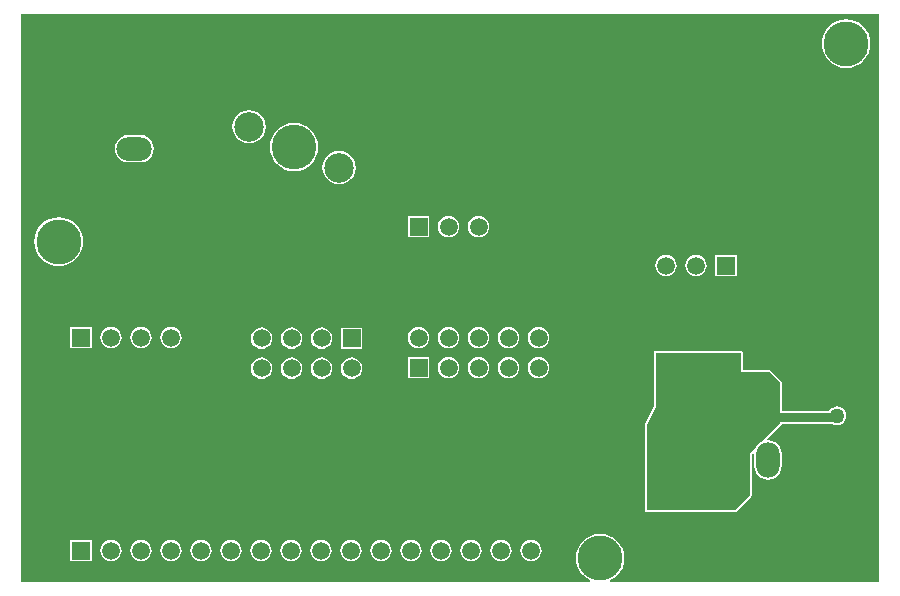
<source format=gbl>
%FSLAX25Y25*%
%MOIN*%
G70*
G01*
G75*
G04 Layer_Physical_Order=2*
G04 Layer_Color=16711680*
%ADD10R,0.06693X0.04331*%
%ADD11R,0.05906X0.03937*%
%ADD12R,0.03937X0.09449*%
%ADD13R,0.03937X0.05906*%
%ADD14R,0.02756X0.03543*%
%ADD15R,0.03543X0.02756*%
%ADD16R,0.02362X0.07087*%
%ADD17R,0.17716X0.18898*%
%ADD18R,0.05512X0.13386*%
%ADD19R,0.09646X0.08465*%
%ADD20R,0.06102X0.09646*%
%ADD21R,0.05512X0.11811*%
%ADD22C,0.03500*%
%ADD23C,0.05000*%
%ADD24C,0.10000*%
%ADD25C,0.06000*%
%ADD26C,0.01000*%
%ADD27C,0.03000*%
%ADD28C,0.01500*%
%ADD29C,0.02500*%
%ADD30C,0.15000*%
%ADD31O,0.07874X0.11811*%
%ADD32C,0.05906*%
%ADD33R,0.05906X0.05906*%
%ADD34C,0.14900*%
%ADD35C,0.09843*%
%ADD36O,0.11811X0.07874*%
%ADD37C,0.05000*%
G36*
X387878Y191122D02*
X298472D01*
X298351Y191607D01*
X299522Y192233D01*
X300755Y193245D01*
X301767Y194478D01*
X302520Y195885D01*
X302983Y197412D01*
X303139Y199000D01*
X302983Y200588D01*
X302520Y202115D01*
X301767Y203522D01*
X300755Y204755D01*
X299522Y205767D01*
X298115Y206520D01*
X296588Y206983D01*
X295000Y207139D01*
X293412Y206983D01*
X291885Y206520D01*
X290478Y205767D01*
X289245Y204755D01*
X288232Y203522D01*
X287480Y202115D01*
X287017Y200588D01*
X286861Y199000D01*
X287017Y197412D01*
X287480Y195885D01*
X288232Y194478D01*
X289245Y193245D01*
X290478Y192233D01*
X291649Y191607D01*
X291528Y191122D01*
X102122D01*
Y380379D01*
X387878D01*
Y191122D01*
D02*
G37*
%LPC*%
G36*
X342000Y268149D02*
X313500D01*
X313041Y267959D01*
X312851Y267500D01*
Y249653D01*
X309919Y243790D01*
X309908Y243640D01*
X309851Y243500D01*
Y215000D01*
X310041Y214541D01*
X310500Y214351D01*
X340000D01*
X340459Y214541D01*
X345459Y219541D01*
X345649Y220000D01*
Y233731D01*
X345993Y234074D01*
X346441Y233853D01*
X346424Y233720D01*
Y229784D01*
X346580Y228599D01*
X347037Y227495D01*
X347764Y226548D01*
X348712Y225820D01*
X349816Y225363D01*
X351000Y225207D01*
X352184Y225363D01*
X353288Y225820D01*
X354236Y226548D01*
X354963Y227495D01*
X355420Y228599D01*
X355576Y229784D01*
Y233720D01*
X355420Y234905D01*
X354963Y236009D01*
X354236Y236956D01*
X353288Y237684D01*
X352184Y238141D01*
X351000Y238297D01*
X350867Y238279D01*
X350646Y238728D01*
X355459Y243541D01*
X355591Y243859D01*
X372350D01*
X372437Y243792D01*
X373191Y243480D01*
X374000Y243373D01*
X374809Y243480D01*
X375563Y243792D01*
X376211Y244289D01*
X376708Y244937D01*
X377020Y245691D01*
X377127Y246500D01*
X377020Y247309D01*
X376708Y248063D01*
X376211Y248711D01*
X375563Y249208D01*
X374809Y249520D01*
X374000Y249627D01*
X373191Y249520D01*
X372437Y249208D01*
X371789Y248711D01*
X371352Y248141D01*
X355649D01*
Y257500D01*
X355459Y257959D01*
X351959Y261459D01*
X351500Y261649D01*
X342649D01*
Y267500D01*
X342459Y267959D01*
X342000Y268149D01*
D02*
G37*
G36*
X182169Y265914D02*
X181242Y265792D01*
X180378Y265434D01*
X179635Y264865D01*
X179066Y264122D01*
X178708Y263258D01*
X178586Y262331D01*
X178708Y261403D01*
X179066Y260539D01*
X179635Y259797D01*
X180378Y259227D01*
X181242Y258869D01*
X182169Y258747D01*
X183097Y258869D01*
X183961Y259227D01*
X184703Y259797D01*
X185273Y260539D01*
X185631Y261403D01*
X185753Y262331D01*
X185631Y263258D01*
X185273Y264122D01*
X184703Y264865D01*
X183961Y265434D01*
X183097Y265792D01*
X182169Y265914D01*
D02*
G37*
G36*
X192169D02*
X191242Y265792D01*
X190378Y265434D01*
X189635Y264865D01*
X189066Y264122D01*
X188708Y263258D01*
X188586Y262331D01*
X188708Y261403D01*
X189066Y260539D01*
X189635Y259797D01*
X190378Y259227D01*
X191242Y258869D01*
X192169Y258747D01*
X193097Y258869D01*
X193961Y259227D01*
X194703Y259797D01*
X195273Y260539D01*
X195631Y261403D01*
X195753Y262331D01*
X195631Y263258D01*
X195273Y264122D01*
X194703Y264865D01*
X193961Y265434D01*
X193097Y265792D01*
X192169Y265914D01*
D02*
G37*
G36*
X262000Y205083D02*
X261073Y204961D01*
X260208Y204603D01*
X259466Y204034D01*
X258897Y203292D01*
X258539Y202427D01*
X258417Y201500D01*
X258539Y200573D01*
X258897Y199708D01*
X259466Y198966D01*
X260208Y198397D01*
X261073Y198039D01*
X262000Y197917D01*
X262927Y198039D01*
X263792Y198397D01*
X264534Y198966D01*
X265103Y199708D01*
X265461Y200573D01*
X265583Y201500D01*
X265461Y202427D01*
X265103Y203292D01*
X264534Y204034D01*
X263792Y204603D01*
X262927Y204961D01*
X262000Y205083D01*
D02*
G37*
G36*
X272000D02*
X271073Y204961D01*
X270208Y204603D01*
X269466Y204034D01*
X268897Y203292D01*
X268539Y202427D01*
X268417Y201500D01*
X268539Y200573D01*
X268897Y199708D01*
X269466Y198966D01*
X270208Y198397D01*
X271073Y198039D01*
X272000Y197917D01*
X272927Y198039D01*
X273792Y198397D01*
X274534Y198966D01*
X275103Y199708D01*
X275461Y200573D01*
X275583Y201500D01*
X275461Y202427D01*
X275103Y203292D01*
X274534Y204034D01*
X273792Y204603D01*
X272927Y204961D01*
X272000Y205083D01*
D02*
G37*
G36*
X125553Y205053D02*
X118447D01*
Y197947D01*
X125553D01*
Y205053D01*
D02*
G37*
G36*
X254500Y266083D02*
X253573Y265961D01*
X252708Y265603D01*
X251966Y265034D01*
X251397Y264292D01*
X251039Y263427D01*
X250917Y262500D01*
X251039Y261573D01*
X251397Y260708D01*
X251966Y259966D01*
X252708Y259397D01*
X253573Y259039D01*
X254500Y258917D01*
X255427Y259039D01*
X256292Y259397D01*
X257034Y259966D01*
X257603Y260708D01*
X257961Y261573D01*
X258083Y262500D01*
X257961Y263427D01*
X257603Y264292D01*
X257034Y265034D01*
X256292Y265603D01*
X255427Y265961D01*
X254500Y266083D01*
D02*
G37*
G36*
X264500D02*
X263573Y265961D01*
X262708Y265603D01*
X261966Y265034D01*
X261397Y264292D01*
X261039Y263427D01*
X260917Y262500D01*
X261039Y261573D01*
X261397Y260708D01*
X261966Y259966D01*
X262708Y259397D01*
X263573Y259039D01*
X264500Y258917D01*
X265427Y259039D01*
X266292Y259397D01*
X267034Y259966D01*
X267603Y260708D01*
X267961Y261573D01*
X268083Y262500D01*
X267961Y263427D01*
X267603Y264292D01*
X267034Y265034D01*
X266292Y265603D01*
X265427Y265961D01*
X264500Y266083D01*
D02*
G37*
G36*
X274500D02*
X273573Y265961D01*
X272708Y265603D01*
X271966Y265034D01*
X271397Y264292D01*
X271039Y263427D01*
X270917Y262500D01*
X271039Y261573D01*
X271397Y260708D01*
X271966Y259966D01*
X272708Y259397D01*
X273573Y259039D01*
X274500Y258917D01*
X275427Y259039D01*
X276292Y259397D01*
X277034Y259966D01*
X277603Y260708D01*
X277961Y261573D01*
X278083Y262500D01*
X277961Y263427D01*
X277603Y264292D01*
X277034Y265034D01*
X276292Y265603D01*
X275427Y265961D01*
X274500Y266083D01*
D02*
G37*
G36*
X202169Y265914D02*
X201242Y265792D01*
X200378Y265434D01*
X199635Y264865D01*
X199066Y264122D01*
X198708Y263258D01*
X198586Y262331D01*
X198708Y261403D01*
X199066Y260539D01*
X199635Y259797D01*
X200378Y259227D01*
X201242Y258869D01*
X202169Y258747D01*
X203097Y258869D01*
X203961Y259227D01*
X204703Y259797D01*
X205273Y260539D01*
X205631Y261403D01*
X205753Y262331D01*
X205631Y263258D01*
X205273Y264122D01*
X204703Y264865D01*
X203961Y265434D01*
X203097Y265792D01*
X202169Y265914D01*
D02*
G37*
G36*
X212169D02*
X211242Y265792D01*
X210378Y265434D01*
X209635Y264865D01*
X209066Y264122D01*
X208708Y263258D01*
X208586Y262331D01*
X208708Y261403D01*
X209066Y260539D01*
X209635Y259797D01*
X210378Y259227D01*
X211242Y258869D01*
X212169Y258747D01*
X213097Y258869D01*
X213961Y259227D01*
X214703Y259797D01*
X215273Y260539D01*
X215631Y261403D01*
X215753Y262331D01*
X215631Y263258D01*
X215273Y264122D01*
X214703Y264865D01*
X213961Y265434D01*
X213097Y265792D01*
X212169Y265914D01*
D02*
G37*
G36*
X244500Y266083D02*
X243573Y265961D01*
X242708Y265603D01*
X241966Y265034D01*
X241397Y264292D01*
X241039Y263427D01*
X240917Y262500D01*
X241039Y261573D01*
X241397Y260708D01*
X241966Y259966D01*
X242708Y259397D01*
X243573Y259039D01*
X244500Y258917D01*
X245427Y259039D01*
X246292Y259397D01*
X247034Y259966D01*
X247603Y260708D01*
X247961Y261573D01*
X248083Y262500D01*
X247961Y263427D01*
X247603Y264292D01*
X247034Y265034D01*
X246292Y265603D01*
X245427Y265961D01*
X244500Y266083D01*
D02*
G37*
G36*
X252000Y205083D02*
X251073Y204961D01*
X250208Y204603D01*
X249466Y204034D01*
X248897Y203292D01*
X248539Y202427D01*
X248417Y201500D01*
X248539Y200573D01*
X248897Y199708D01*
X249466Y198966D01*
X250208Y198397D01*
X251073Y198039D01*
X252000Y197917D01*
X252927Y198039D01*
X253792Y198397D01*
X254534Y198966D01*
X255103Y199708D01*
X255461Y200573D01*
X255583Y201500D01*
X255461Y202427D01*
X255103Y203292D01*
X254534Y204034D01*
X253792Y204603D01*
X252927Y204961D01*
X252000Y205083D01*
D02*
G37*
G36*
X162000D02*
X161073Y204961D01*
X160208Y204603D01*
X159466Y204034D01*
X158897Y203292D01*
X158539Y202427D01*
X158417Y201500D01*
X158539Y200573D01*
X158897Y199708D01*
X159466Y198966D01*
X160208Y198397D01*
X161073Y198039D01*
X162000Y197917D01*
X162927Y198039D01*
X163792Y198397D01*
X164534Y198966D01*
X165103Y199708D01*
X165461Y200573D01*
X165583Y201500D01*
X165461Y202427D01*
X165103Y203292D01*
X164534Y204034D01*
X163792Y204603D01*
X162927Y204961D01*
X162000Y205083D01*
D02*
G37*
G36*
X172000D02*
X171073Y204961D01*
X170208Y204603D01*
X169466Y204034D01*
X168897Y203292D01*
X168539Y202427D01*
X168417Y201500D01*
X168539Y200573D01*
X168897Y199708D01*
X169466Y198966D01*
X170208Y198397D01*
X171073Y198039D01*
X172000Y197917D01*
X172927Y198039D01*
X173792Y198397D01*
X174534Y198966D01*
X175103Y199708D01*
X175461Y200573D01*
X175583Y201500D01*
X175461Y202427D01*
X175103Y203292D01*
X174534Y204034D01*
X173792Y204603D01*
X172927Y204961D01*
X172000Y205083D01*
D02*
G37*
G36*
X182000D02*
X181073Y204961D01*
X180208Y204603D01*
X179466Y204034D01*
X178897Y203292D01*
X178539Y202427D01*
X178417Y201500D01*
X178539Y200573D01*
X178897Y199708D01*
X179466Y198966D01*
X180208Y198397D01*
X181073Y198039D01*
X182000Y197917D01*
X182927Y198039D01*
X183792Y198397D01*
X184534Y198966D01*
X185103Y199708D01*
X185461Y200573D01*
X185583Y201500D01*
X185461Y202427D01*
X185103Y203292D01*
X184534Y204034D01*
X183792Y204603D01*
X182927Y204961D01*
X182000Y205083D01*
D02*
G37*
G36*
X132000D02*
X131073Y204961D01*
X130208Y204603D01*
X129466Y204034D01*
X128897Y203292D01*
X128539Y202427D01*
X128417Y201500D01*
X128539Y200573D01*
X128897Y199708D01*
X129466Y198966D01*
X130208Y198397D01*
X131073Y198039D01*
X132000Y197917D01*
X132927Y198039D01*
X133792Y198397D01*
X134534Y198966D01*
X135103Y199708D01*
X135461Y200573D01*
X135583Y201500D01*
X135461Y202427D01*
X135103Y203292D01*
X134534Y204034D01*
X133792Y204603D01*
X132927Y204961D01*
X132000Y205083D01*
D02*
G37*
G36*
X142000D02*
X141073Y204961D01*
X140208Y204603D01*
X139466Y204034D01*
X138897Y203292D01*
X138539Y202427D01*
X138417Y201500D01*
X138539Y200573D01*
X138897Y199708D01*
X139466Y198966D01*
X140208Y198397D01*
X141073Y198039D01*
X142000Y197917D01*
X142927Y198039D01*
X143792Y198397D01*
X144534Y198966D01*
X145103Y199708D01*
X145461Y200573D01*
X145583Y201500D01*
X145461Y202427D01*
X145103Y203292D01*
X144534Y204034D01*
X143792Y204603D01*
X142927Y204961D01*
X142000Y205083D01*
D02*
G37*
G36*
X152000D02*
X151073Y204961D01*
X150208Y204603D01*
X149466Y204034D01*
X148897Y203292D01*
X148539Y202427D01*
X148417Y201500D01*
X148539Y200573D01*
X148897Y199708D01*
X149466Y198966D01*
X150208Y198397D01*
X151073Y198039D01*
X152000Y197917D01*
X152927Y198039D01*
X153792Y198397D01*
X154534Y198966D01*
X155103Y199708D01*
X155461Y200573D01*
X155583Y201500D01*
X155461Y202427D01*
X155103Y203292D01*
X154534Y204034D01*
X153792Y204603D01*
X152927Y204961D01*
X152000Y205083D01*
D02*
G37*
G36*
X222000D02*
X221073Y204961D01*
X220208Y204603D01*
X219466Y204034D01*
X218897Y203292D01*
X218539Y202427D01*
X218417Y201500D01*
X218539Y200573D01*
X218897Y199708D01*
X219466Y198966D01*
X220208Y198397D01*
X221073Y198039D01*
X222000Y197917D01*
X222927Y198039D01*
X223792Y198397D01*
X224534Y198966D01*
X225103Y199708D01*
X225461Y200573D01*
X225583Y201500D01*
X225461Y202427D01*
X225103Y203292D01*
X224534Y204034D01*
X223792Y204603D01*
X222927Y204961D01*
X222000Y205083D01*
D02*
G37*
G36*
X232000D02*
X231073Y204961D01*
X230208Y204603D01*
X229466Y204034D01*
X228897Y203292D01*
X228539Y202427D01*
X228417Y201500D01*
X228539Y200573D01*
X228897Y199708D01*
X229466Y198966D01*
X230208Y198397D01*
X231073Y198039D01*
X232000Y197917D01*
X232927Y198039D01*
X233792Y198397D01*
X234534Y198966D01*
X235103Y199708D01*
X235461Y200573D01*
X235583Y201500D01*
X235461Y202427D01*
X235103Y203292D01*
X234534Y204034D01*
X233792Y204603D01*
X232927Y204961D01*
X232000Y205083D01*
D02*
G37*
G36*
X242000D02*
X241073Y204961D01*
X240208Y204603D01*
X239466Y204034D01*
X238897Y203292D01*
X238539Y202427D01*
X238417Y201500D01*
X238539Y200573D01*
X238897Y199708D01*
X239466Y198966D01*
X240208Y198397D01*
X241073Y198039D01*
X242000Y197917D01*
X242927Y198039D01*
X243792Y198397D01*
X244534Y198966D01*
X245103Y199708D01*
X245461Y200573D01*
X245583Y201500D01*
X245461Y202427D01*
X245103Y203292D01*
X244534Y204034D01*
X243792Y204603D01*
X242927Y204961D01*
X242000Y205083D01*
D02*
G37*
G36*
X192000D02*
X191073Y204961D01*
X190208Y204603D01*
X189466Y204034D01*
X188897Y203292D01*
X188539Y202427D01*
X188417Y201500D01*
X188539Y200573D01*
X188897Y199708D01*
X189466Y198966D01*
X190208Y198397D01*
X191073Y198039D01*
X192000Y197917D01*
X192927Y198039D01*
X193792Y198397D01*
X194534Y198966D01*
X195103Y199708D01*
X195461Y200573D01*
X195583Y201500D01*
X195461Y202427D01*
X195103Y203292D01*
X194534Y204034D01*
X193792Y204603D01*
X192927Y204961D01*
X192000Y205083D01*
D02*
G37*
G36*
X202000D02*
X201073Y204961D01*
X200208Y204603D01*
X199466Y204034D01*
X198897Y203292D01*
X198539Y202427D01*
X198417Y201500D01*
X198539Y200573D01*
X198897Y199708D01*
X199466Y198966D01*
X200208Y198397D01*
X201073Y198039D01*
X202000Y197917D01*
X202927Y198039D01*
X203792Y198397D01*
X204534Y198966D01*
X205103Y199708D01*
X205461Y200573D01*
X205583Y201500D01*
X205461Y202427D01*
X205103Y203292D01*
X204534Y204034D01*
X203792Y204603D01*
X202927Y204961D01*
X202000Y205083D01*
D02*
G37*
G36*
X212000D02*
X211073Y204961D01*
X210208Y204603D01*
X209466Y204034D01*
X208897Y203292D01*
X208539Y202427D01*
X208417Y201500D01*
X208539Y200573D01*
X208897Y199708D01*
X209466Y198966D01*
X210208Y198397D01*
X211073Y198039D01*
X212000Y197917D01*
X212927Y198039D01*
X213792Y198397D01*
X214534Y198966D01*
X215103Y199708D01*
X215461Y200573D01*
X215583Y201500D01*
X215461Y202427D01*
X215103Y203292D01*
X214534Y204034D01*
X213792Y204603D01*
X212927Y204961D01*
X212000Y205083D01*
D02*
G37*
G36*
X340553Y300053D02*
X333447D01*
Y292947D01*
X340553D01*
Y300053D01*
D02*
G37*
G36*
X114500Y312639D02*
X112912Y312483D01*
X111385Y312020D01*
X109978Y311267D01*
X108745Y310255D01*
X107732Y309022D01*
X106980Y307615D01*
X106517Y306088D01*
X106361Y304500D01*
X106517Y302912D01*
X106980Y301385D01*
X107732Y299978D01*
X108745Y298745D01*
X109978Y297732D01*
X111385Y296980D01*
X112912Y296517D01*
X114500Y296361D01*
X116088Y296517D01*
X117615Y296980D01*
X119022Y297732D01*
X120255Y298745D01*
X121267Y299978D01*
X122020Y301385D01*
X122483Y302912D01*
X122639Y304500D01*
X122483Y306088D01*
X122020Y307615D01*
X121267Y309022D01*
X120255Y310255D01*
X119022Y311267D01*
X117615Y312020D01*
X116088Y312483D01*
X114500Y312639D01*
D02*
G37*
G36*
X244500Y313083D02*
X243573Y312961D01*
X242708Y312603D01*
X241966Y312034D01*
X241397Y311292D01*
X241039Y310427D01*
X240917Y309500D01*
X241039Y308573D01*
X241397Y307708D01*
X241966Y306966D01*
X242708Y306397D01*
X243573Y306039D01*
X244500Y305917D01*
X245427Y306039D01*
X246292Y306397D01*
X247034Y306966D01*
X247603Y307708D01*
X247961Y308573D01*
X248083Y309500D01*
X247961Y310427D01*
X247603Y311292D01*
X247034Y312034D01*
X246292Y312603D01*
X245427Y312961D01*
X244500Y313083D01*
D02*
G37*
G36*
X125553Y276053D02*
X118447D01*
Y268947D01*
X125553D01*
Y276053D01*
D02*
G37*
G36*
X317000Y300083D02*
X316073Y299961D01*
X315208Y299603D01*
X314466Y299034D01*
X313897Y298292D01*
X313539Y297427D01*
X313417Y296500D01*
X313539Y295573D01*
X313897Y294708D01*
X314466Y293966D01*
X315208Y293397D01*
X316073Y293039D01*
X317000Y292917D01*
X317927Y293039D01*
X318792Y293397D01*
X319534Y293966D01*
X320103Y294708D01*
X320461Y295573D01*
X320583Y296500D01*
X320461Y297427D01*
X320103Y298292D01*
X319534Y299034D01*
X318792Y299603D01*
X317927Y299961D01*
X317000Y300083D01*
D02*
G37*
G36*
X327000D02*
X326073Y299961D01*
X325208Y299603D01*
X324466Y299034D01*
X323897Y298292D01*
X323539Y297427D01*
X323417Y296500D01*
X323539Y295573D01*
X323897Y294708D01*
X324466Y293966D01*
X325208Y293397D01*
X326073Y293039D01*
X327000Y292917D01*
X327927Y293039D01*
X328792Y293397D01*
X329534Y293966D01*
X330103Y294708D01*
X330461Y295573D01*
X330583Y296500D01*
X330461Y297427D01*
X330103Y298292D01*
X329534Y299034D01*
X328792Y299603D01*
X327927Y299961D01*
X327000Y300083D01*
D02*
G37*
G36*
X254500Y313083D02*
X253573Y312961D01*
X252708Y312603D01*
X251966Y312034D01*
X251397Y311292D01*
X251039Y310427D01*
X250917Y309500D01*
X251039Y308573D01*
X251397Y307708D01*
X251966Y306966D01*
X252708Y306397D01*
X253573Y306039D01*
X254500Y305917D01*
X255427Y306039D01*
X256292Y306397D01*
X257034Y306966D01*
X257603Y307708D01*
X257961Y308573D01*
X258083Y309500D01*
X257961Y310427D01*
X257603Y311292D01*
X257034Y312034D01*
X256292Y312603D01*
X255427Y312961D01*
X254500Y313083D01*
D02*
G37*
G36*
X141720Y340076D02*
X137784D01*
X136599Y339920D01*
X135495Y339463D01*
X134548Y338736D01*
X133820Y337788D01*
X133363Y336684D01*
X133207Y335500D01*
X133363Y334316D01*
X133820Y333212D01*
X134548Y332264D01*
X135495Y331537D01*
X136599Y331080D01*
X137784Y330924D01*
X141720D01*
X142905Y331080D01*
X144009Y331537D01*
X144956Y332264D01*
X145684Y333212D01*
X146141Y334316D01*
X146297Y335500D01*
X146141Y336684D01*
X145684Y337788D01*
X144956Y338736D01*
X144009Y339463D01*
X142905Y339920D01*
X141720Y340076D01*
D02*
G37*
G36*
X178000Y348369D02*
X176559Y348179D01*
X175216Y347623D01*
X174062Y346738D01*
X173177Y345585D01*
X172621Y344241D01*
X172431Y342800D01*
X172621Y341359D01*
X173177Y340016D01*
X174062Y338862D01*
X175216Y337977D01*
X176559Y337421D01*
X178000Y337231D01*
X179441Y337421D01*
X180784Y337977D01*
X181938Y338862D01*
X182823Y340016D01*
X183379Y341359D01*
X183569Y342800D01*
X183379Y344241D01*
X182823Y345585D01*
X181938Y346738D01*
X180784Y347623D01*
X179441Y348179D01*
X178000Y348369D01*
D02*
G37*
G36*
X377000Y378639D02*
X375412Y378483D01*
X373885Y378020D01*
X372478Y377268D01*
X371245Y376255D01*
X370233Y375022D01*
X369480Y373615D01*
X369017Y372088D01*
X368861Y370500D01*
X369017Y368912D01*
X369480Y367385D01*
X370233Y365978D01*
X371245Y364745D01*
X372478Y363733D01*
X373885Y362980D01*
X375412Y362517D01*
X377000Y362361D01*
X378588Y362517D01*
X380115Y362980D01*
X381522Y363733D01*
X382755Y364745D01*
X383768Y365978D01*
X384520Y367385D01*
X384983Y368912D01*
X385139Y370500D01*
X384983Y372088D01*
X384520Y373615D01*
X383768Y375022D01*
X382755Y376255D01*
X381522Y377268D01*
X380115Y378020D01*
X378588Y378483D01*
X377000Y378639D01*
D02*
G37*
G36*
X238053Y313053D02*
X230947D01*
Y305947D01*
X238053D01*
Y313053D01*
D02*
G37*
G36*
X208000Y334769D02*
X206559Y334579D01*
X205216Y334023D01*
X204062Y333138D01*
X203177Y331984D01*
X202621Y330641D01*
X202431Y329200D01*
X202621Y327759D01*
X203177Y326415D01*
X204062Y325262D01*
X205216Y324377D01*
X206559Y323821D01*
X208000Y323631D01*
X209441Y323821D01*
X210785Y324377D01*
X211938Y325262D01*
X212823Y326415D01*
X213379Y327759D01*
X213569Y329200D01*
X213379Y330641D01*
X212823Y331984D01*
X211938Y333138D01*
X210785Y334023D01*
X209441Y334579D01*
X208000Y334769D01*
D02*
G37*
G36*
X193000Y344089D02*
X191422Y343934D01*
X189904Y343473D01*
X188506Y342726D01*
X187280Y341720D01*
X186274Y340494D01*
X185527Y339095D01*
X185066Y337578D01*
X184911Y336000D01*
X185066Y334422D01*
X185527Y332905D01*
X186274Y331506D01*
X187280Y330280D01*
X188506Y329274D01*
X189904Y328527D01*
X191422Y328066D01*
X193000Y327911D01*
X194578Y328066D01*
X196096Y328527D01*
X197494Y329274D01*
X198720Y330280D01*
X199726Y331506D01*
X200473Y332905D01*
X200934Y334422D01*
X201089Y336000D01*
X200934Y337578D01*
X200473Y339095D01*
X199726Y340494D01*
X198720Y341720D01*
X197494Y342726D01*
X196096Y343473D01*
X194578Y343934D01*
X193000Y344089D01*
D02*
G37*
G36*
X274500Y276083D02*
X273573Y275961D01*
X272708Y275603D01*
X271966Y275034D01*
X271397Y274292D01*
X271039Y273427D01*
X270917Y272500D01*
X271039Y271573D01*
X271397Y270708D01*
X271966Y269966D01*
X272708Y269397D01*
X273573Y269039D01*
X274500Y268917D01*
X275427Y269039D01*
X276292Y269397D01*
X277034Y269966D01*
X277603Y270708D01*
X277961Y271573D01*
X278083Y272500D01*
X277961Y273427D01*
X277603Y274292D01*
X277034Y275034D01*
X276292Y275603D01*
X275427Y275961D01*
X274500Y276083D01*
D02*
G37*
G36*
X202169Y275914D02*
X201242Y275792D01*
X200378Y275434D01*
X199635Y274865D01*
X199066Y274122D01*
X198708Y273258D01*
X198586Y272331D01*
X198708Y271403D01*
X199066Y270539D01*
X199635Y269797D01*
X200378Y269227D01*
X201242Y268869D01*
X202169Y268747D01*
X203097Y268869D01*
X203961Y269227D01*
X204703Y269797D01*
X205273Y270539D01*
X205631Y271403D01*
X205753Y272331D01*
X205631Y273258D01*
X205273Y274122D01*
X204703Y274865D01*
X203961Y275434D01*
X203097Y275792D01*
X202169Y275914D01*
D02*
G37*
G36*
X215722Y275884D02*
X208616D01*
Y268778D01*
X215722D01*
Y275884D01*
D02*
G37*
G36*
X132000Y276083D02*
X131073Y275961D01*
X130208Y275603D01*
X129466Y275034D01*
X128897Y274292D01*
X128539Y273427D01*
X128417Y272500D01*
X128539Y271573D01*
X128897Y270708D01*
X129466Y269966D01*
X130208Y269397D01*
X131073Y269039D01*
X132000Y268917D01*
X132927Y269039D01*
X133792Y269397D01*
X134534Y269966D01*
X135103Y270708D01*
X135461Y271573D01*
X135583Y272500D01*
X135461Y273427D01*
X135103Y274292D01*
X134534Y275034D01*
X133792Y275603D01*
X132927Y275961D01*
X132000Y276083D01*
D02*
G37*
G36*
X238053Y266053D02*
X230947D01*
Y258947D01*
X238053D01*
Y266053D01*
D02*
G37*
G36*
X182169Y275914D02*
X181242Y275792D01*
X180378Y275434D01*
X179635Y274865D01*
X179066Y274122D01*
X178708Y273258D01*
X178586Y272331D01*
X178708Y271403D01*
X179066Y270539D01*
X179635Y269797D01*
X180378Y269227D01*
X181242Y268869D01*
X182169Y268747D01*
X183097Y268869D01*
X183961Y269227D01*
X184703Y269797D01*
X185273Y270539D01*
X185631Y271403D01*
X185753Y272331D01*
X185631Y273258D01*
X185273Y274122D01*
X184703Y274865D01*
X183961Y275434D01*
X183097Y275792D01*
X182169Y275914D01*
D02*
G37*
G36*
X192169D02*
X191242Y275792D01*
X190378Y275434D01*
X189635Y274865D01*
X189066Y274122D01*
X188708Y273258D01*
X188586Y272331D01*
X188708Y271403D01*
X189066Y270539D01*
X189635Y269797D01*
X190378Y269227D01*
X191242Y268869D01*
X192169Y268747D01*
X193097Y268869D01*
X193961Y269227D01*
X194703Y269797D01*
X195273Y270539D01*
X195631Y271403D01*
X195753Y272331D01*
X195631Y273258D01*
X195273Y274122D01*
X194703Y274865D01*
X193961Y275434D01*
X193097Y275792D01*
X192169Y275914D01*
D02*
G37*
G36*
X142000Y276083D02*
X141073Y275961D01*
X140208Y275603D01*
X139466Y275034D01*
X138897Y274292D01*
X138539Y273427D01*
X138417Y272500D01*
X138539Y271573D01*
X138897Y270708D01*
X139466Y269966D01*
X140208Y269397D01*
X141073Y269039D01*
X142000Y268917D01*
X142927Y269039D01*
X143792Y269397D01*
X144534Y269966D01*
X145103Y270708D01*
X145461Y271573D01*
X145583Y272500D01*
X145461Y273427D01*
X145103Y274292D01*
X144534Y275034D01*
X143792Y275603D01*
X142927Y275961D01*
X142000Y276083D01*
D02*
G37*
G36*
X244500D02*
X243573Y275961D01*
X242708Y275603D01*
X241966Y275034D01*
X241397Y274292D01*
X241039Y273427D01*
X240917Y272500D01*
X241039Y271573D01*
X241397Y270708D01*
X241966Y269966D01*
X242708Y269397D01*
X243573Y269039D01*
X244500Y268917D01*
X245427Y269039D01*
X246292Y269397D01*
X247034Y269966D01*
X247603Y270708D01*
X247961Y271573D01*
X248083Y272500D01*
X247961Y273427D01*
X247603Y274292D01*
X247034Y275034D01*
X246292Y275603D01*
X245427Y275961D01*
X244500Y276083D01*
D02*
G37*
G36*
X254500D02*
X253573Y275961D01*
X252708Y275603D01*
X251966Y275034D01*
X251397Y274292D01*
X251039Y273427D01*
X250917Y272500D01*
X251039Y271573D01*
X251397Y270708D01*
X251966Y269966D01*
X252708Y269397D01*
X253573Y269039D01*
X254500Y268917D01*
X255427Y269039D01*
X256292Y269397D01*
X257034Y269966D01*
X257603Y270708D01*
X257961Y271573D01*
X258083Y272500D01*
X257961Y273427D01*
X257603Y274292D01*
X257034Y275034D01*
X256292Y275603D01*
X255427Y275961D01*
X254500Y276083D01*
D02*
G37*
G36*
X264500D02*
X263573Y275961D01*
X262708Y275603D01*
X261966Y275034D01*
X261397Y274292D01*
X261039Y273427D01*
X260917Y272500D01*
X261039Y271573D01*
X261397Y270708D01*
X261966Y269966D01*
X262708Y269397D01*
X263573Y269039D01*
X264500Y268917D01*
X265427Y269039D01*
X266292Y269397D01*
X267034Y269966D01*
X267603Y270708D01*
X267961Y271573D01*
X268083Y272500D01*
X267961Y273427D01*
X267603Y274292D01*
X267034Y275034D01*
X266292Y275603D01*
X265427Y275961D01*
X264500Y276083D01*
D02*
G37*
G36*
X152000D02*
X151073Y275961D01*
X150208Y275603D01*
X149466Y275034D01*
X148897Y274292D01*
X148539Y273427D01*
X148417Y272500D01*
X148539Y271573D01*
X148897Y270708D01*
X149466Y269966D01*
X150208Y269397D01*
X151073Y269039D01*
X152000Y268917D01*
X152927Y269039D01*
X153792Y269397D01*
X154534Y269966D01*
X155103Y270708D01*
X155461Y271573D01*
X155583Y272500D01*
X155461Y273427D01*
X155103Y274292D01*
X154534Y275034D01*
X153792Y275603D01*
X152927Y275961D01*
X152000Y276083D01*
D02*
G37*
G36*
X234500D02*
X233573Y275961D01*
X232708Y275603D01*
X231966Y275034D01*
X231397Y274292D01*
X231039Y273427D01*
X230917Y272500D01*
X231039Y271573D01*
X231397Y270708D01*
X231966Y269966D01*
X232708Y269397D01*
X233573Y269039D01*
X234500Y268917D01*
X235427Y269039D01*
X236292Y269397D01*
X237034Y269966D01*
X237603Y270708D01*
X237961Y271573D01*
X238083Y272500D01*
X237961Y273427D01*
X237603Y274292D01*
X237034Y275034D01*
X236292Y275603D01*
X235427Y275961D01*
X234500Y276083D01*
D02*
G37*
%LPD*%
G36*
X342000Y261000D02*
X351500D01*
X355000Y257500D01*
Y244000D01*
X348590Y237590D01*
X347764Y236956D01*
X347131Y236131D01*
X345000Y234000D01*
Y220000D01*
X340000Y215000D01*
X310500D01*
Y243500D01*
X313500Y249500D01*
Y267500D01*
X342000D01*
Y261000D01*
D02*
G37*
D27*
X373500Y246000D02*
X374000Y246500D01*
X348500Y246000D02*
X373500D01*
D30*
X377000Y370500D02*
D03*
X114500Y304500D02*
D03*
X295000Y199000D02*
D03*
D31*
X331000Y231752D02*
D03*
X351000D02*
D03*
D32*
X264500Y309500D02*
D03*
X254500D02*
D03*
X244500D02*
D03*
X132000Y201500D02*
D03*
X142000D02*
D03*
X152000D02*
D03*
X162000D02*
D03*
X172000D02*
D03*
X182000D02*
D03*
X192000D02*
D03*
X202000D02*
D03*
X212000D02*
D03*
X222000D02*
D03*
X232000D02*
D03*
X242000D02*
D03*
X252000D02*
D03*
X262000D02*
D03*
X272000D02*
D03*
X327000Y296500D02*
D03*
X317000D02*
D03*
X152000Y272500D02*
D03*
X142000D02*
D03*
X132000D02*
D03*
X182169Y262331D02*
D03*
Y272331D02*
D03*
X192169Y262331D02*
D03*
Y272331D02*
D03*
X202169Y262331D02*
D03*
Y272331D02*
D03*
X212169Y262331D02*
D03*
X274500Y272500D02*
D03*
Y262500D02*
D03*
X264500Y272500D02*
D03*
Y262500D02*
D03*
X254500Y272500D02*
D03*
Y262500D02*
D03*
X244500Y272500D02*
D03*
Y262500D02*
D03*
X234500Y272500D02*
D03*
D33*
Y309500D02*
D03*
X122000Y201500D02*
D03*
X337000Y296500D02*
D03*
X122000Y272500D02*
D03*
X212169Y272331D02*
D03*
X234500Y262500D02*
D03*
D34*
X193000Y336000D02*
D03*
D35*
X208000Y329200D02*
D03*
X178000Y342800D02*
D03*
D36*
X139752Y355500D02*
D03*
Y335500D02*
D03*
D37*
X331500Y285500D02*
D03*
X337500Y282000D02*
D03*
X322500Y307000D02*
D03*
X324000Y348500D02*
D03*
X311500D02*
D03*
X294500Y361000D02*
D03*
X266500D02*
D03*
X235500D02*
D03*
X374000Y246500D02*
D03*
X314000Y223500D02*
D03*
Y230000D02*
D03*
Y236500D02*
D03*
Y243000D02*
D03*
X338000Y228500D02*
D03*
Y235000D02*
D03*
X322000Y229000D02*
D03*
Y235500D02*
D03*
X339500Y220500D02*
D03*
X321500Y219000D02*
D03*
X327500D02*
D03*
X333500D02*
D03*
X348500Y246000D02*
D03*
X317000Y262500D02*
D03*
Y256000D02*
D03*
Y249500D02*
D03*
X336500Y246000D02*
D03*
X342500D02*
D03*
X330000D02*
D03*
X323500D02*
D03*
X303000Y233500D02*
D03*
X183500Y363000D02*
D03*
X162000Y234000D02*
D03*
X287500Y233500D02*
D03*
X270831Y225831D02*
D03*
X268500Y245500D02*
D03*
X159669Y281331D02*
D03*
X264500Y301000D02*
D03*
M02*

</source>
